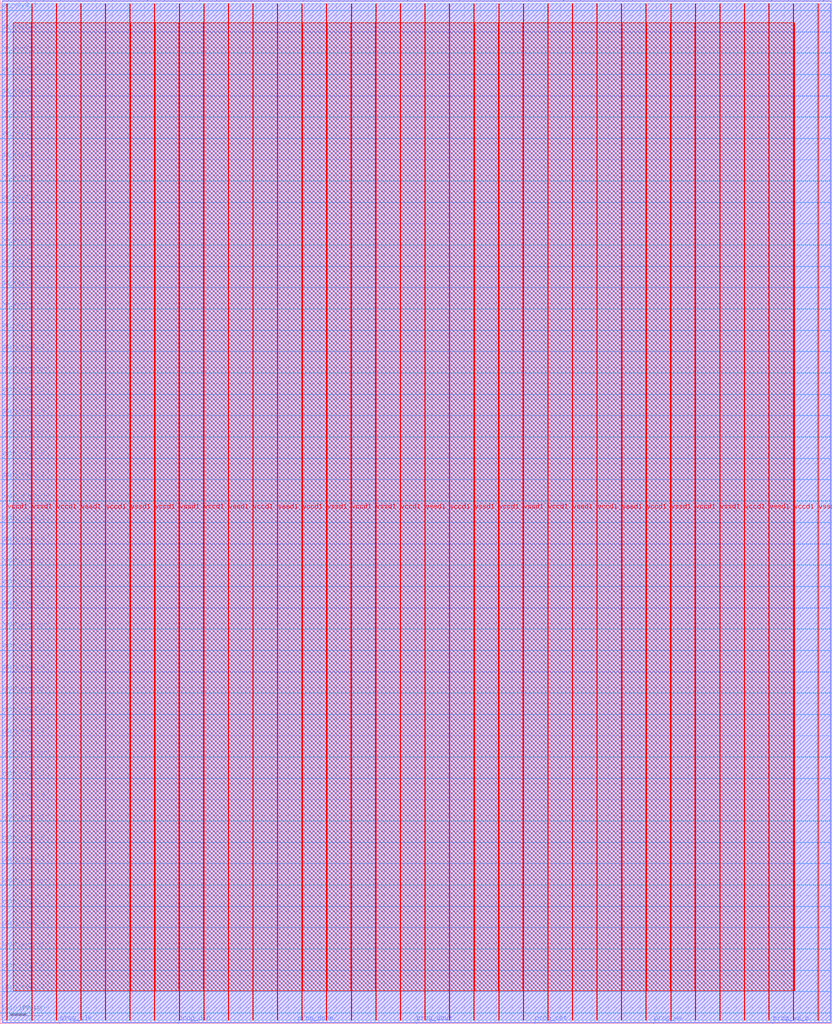
<source format=lef>
VERSION 5.7 ;
  NOWIREEXTENSIONATPIN ON ;
  DIVIDERCHAR "/" ;
  BUSBITCHARS "[]" ;
MACRO top
  CLASS BLOCK ;
  FOREIGN top ;
  ORIGIN 0.000 0.000 ;
  SIZE 2600.000 BY 3200.000 ;
  PIN ipin_x0y1_0
    DIRECTION INPUT ;
    USE SIGNAL ;
    PORT
      LAYER met3 ;
        RECT 0.000 33.360 4.000 33.960 ;
    END
  END ipin_x0y1_0
  PIN ipin_x0y1_1
    DIRECTION INPUT ;
    USE SIGNAL ;
    PORT
      LAYER met3 ;
        RECT 0.000 100.000 4.000 100.600 ;
    END
  END ipin_x0y1_1
  PIN ipin_x0y2_0
    DIRECTION INPUT ;
    USE SIGNAL ;
    PORT
      LAYER met3 ;
        RECT 0.000 166.640 4.000 167.240 ;
    END
  END ipin_x0y2_0
  PIN ipin_x0y2_1
    DIRECTION INPUT ;
    USE SIGNAL ;
    PORT
      LAYER met3 ;
        RECT 0.000 233.280 4.000 233.880 ;
    END
  END ipin_x0y2_1
  PIN ipin_x0y3_0
    DIRECTION INPUT ;
    USE SIGNAL ;
    PORT
      LAYER met3 ;
        RECT 0.000 299.920 4.000 300.520 ;
    END
  END ipin_x0y3_0
  PIN ipin_x0y3_1
    DIRECTION INPUT ;
    USE SIGNAL ;
    PORT
      LAYER met3 ;
        RECT 0.000 366.560 4.000 367.160 ;
    END
  END ipin_x0y3_1
  PIN ipin_x0y4_0
    DIRECTION INPUT ;
    USE SIGNAL ;
    PORT
      LAYER met3 ;
        RECT 0.000 433.200 4.000 433.800 ;
    END
  END ipin_x0y4_0
  PIN ipin_x0y4_1
    DIRECTION INPUT ;
    USE SIGNAL ;
    PORT
      LAYER met3 ;
        RECT 0.000 499.840 4.000 500.440 ;
    END
  END ipin_x0y4_1
  PIN ipin_x0y5_0
    DIRECTION INPUT ;
    USE SIGNAL ;
    PORT
      LAYER met3 ;
        RECT 0.000 566.480 4.000 567.080 ;
    END
  END ipin_x0y5_0
  PIN ipin_x0y5_1
    DIRECTION INPUT ;
    USE SIGNAL ;
    PORT
      LAYER met3 ;
        RECT 0.000 633.120 4.000 633.720 ;
    END
  END ipin_x0y5_1
  PIN ipin_x0y6_0
    DIRECTION INPUT ;
    USE SIGNAL ;
    PORT
      LAYER met3 ;
        RECT 0.000 699.760 4.000 700.360 ;
    END
  END ipin_x0y6_0
  PIN ipin_x0y6_1
    DIRECTION INPUT ;
    USE SIGNAL ;
    PORT
      LAYER met3 ;
        RECT 0.000 766.400 4.000 767.000 ;
    END
  END ipin_x0y6_1
  PIN ipin_x0y7_0
    DIRECTION INPUT ;
    USE SIGNAL ;
    PORT
      LAYER met3 ;
        RECT 0.000 833.040 4.000 833.640 ;
    END
  END ipin_x0y7_0
  PIN ipin_x0y7_1
    DIRECTION INPUT ;
    USE SIGNAL ;
    PORT
      LAYER met3 ;
        RECT 0.000 899.680 4.000 900.280 ;
    END
  END ipin_x0y7_1
  PIN ipin_x0y8_0
    DIRECTION INPUT ;
    USE SIGNAL ;
    PORT
      LAYER met3 ;
        RECT 0.000 966.320 4.000 966.920 ;
    END
  END ipin_x0y8_0
  PIN ipin_x0y8_1
    DIRECTION INPUT ;
    USE SIGNAL ;
    PORT
      LAYER met3 ;
        RECT 0.000 1032.960 4.000 1033.560 ;
    END
  END ipin_x0y8_1
  PIN ipin_x1y9_0
    DIRECTION INPUT ;
    USE SIGNAL ;
    PORT
      LAYER met2 ;
        RECT 26.770 3196.000 27.050 3200.000 ;
    END
  END ipin_x1y9_0
  PIN ipin_x1y9_1
    DIRECTION INPUT ;
    USE SIGNAL ;
    PORT
      LAYER met2 ;
        RECT 80.590 3196.000 80.870 3200.000 ;
    END
  END ipin_x1y9_1
  PIN ipin_x2y9_0
    DIRECTION INPUT ;
    USE SIGNAL ;
    PORT
      LAYER met2 ;
        RECT 134.870 3196.000 135.150 3200.000 ;
    END
  END ipin_x2y9_0
  PIN ipin_x2y9_1
    DIRECTION INPUT ;
    USE SIGNAL ;
    PORT
      LAYER met2 ;
        RECT 189.150 3196.000 189.430 3200.000 ;
    END
  END ipin_x2y9_1
  PIN ipin_x3y9_0
    DIRECTION INPUT ;
    USE SIGNAL ;
    PORT
      LAYER met2 ;
        RECT 243.430 3196.000 243.710 3200.000 ;
    END
  END ipin_x3y9_0
  PIN ipin_x3y9_1
    DIRECTION INPUT ;
    USE SIGNAL ;
    PORT
      LAYER met2 ;
        RECT 297.250 3196.000 297.530 3200.000 ;
    END
  END ipin_x3y9_1
  PIN ipin_x4y9_0
    DIRECTION INPUT ;
    USE SIGNAL ;
    PORT
      LAYER met2 ;
        RECT 351.530 3196.000 351.810 3200.000 ;
    END
  END ipin_x4y9_0
  PIN ipin_x4y9_1
    DIRECTION INPUT ;
    USE SIGNAL ;
    PORT
      LAYER met2 ;
        RECT 405.810 3196.000 406.090 3200.000 ;
    END
  END ipin_x4y9_1
  PIN ipin_x5y9_0
    DIRECTION INPUT ;
    USE SIGNAL ;
    PORT
      LAYER met2 ;
        RECT 460.090 3196.000 460.370 3200.000 ;
    END
  END ipin_x5y9_0
  PIN ipin_x5y9_1
    DIRECTION INPUT ;
    USE SIGNAL ;
    PORT
      LAYER met2 ;
        RECT 513.910 3196.000 514.190 3200.000 ;
    END
  END ipin_x5y9_1
  PIN ipin_x6y9_0
    DIRECTION INPUT ;
    USE SIGNAL ;
    PORT
      LAYER met2 ;
        RECT 568.190 3196.000 568.470 3200.000 ;
    END
  END ipin_x6y9_0
  PIN ipin_x6y9_1
    DIRECTION INPUT ;
    USE SIGNAL ;
    PORT
      LAYER met2 ;
        RECT 622.470 3196.000 622.750 3200.000 ;
    END
  END ipin_x6y9_1
  PIN ipin_x7y9_0
    DIRECTION INPUT ;
    USE SIGNAL ;
    PORT
      LAYER met2 ;
        RECT 676.750 3196.000 677.030 3200.000 ;
    END
  END ipin_x7y9_0
  PIN ipin_x7y9_1
    DIRECTION INPUT ;
    USE SIGNAL ;
    PORT
      LAYER met2 ;
        RECT 730.570 3196.000 730.850 3200.000 ;
    END
  END ipin_x7y9_1
  PIN ipin_x8y9_0
    DIRECTION INPUT ;
    USE SIGNAL ;
    PORT
      LAYER met2 ;
        RECT 784.850 3196.000 785.130 3200.000 ;
    END
  END ipin_x8y9_0
  PIN ipin_x8y9_1
    DIRECTION INPUT ;
    USE SIGNAL ;
    PORT
      LAYER met2 ;
        RECT 839.130 3196.000 839.410 3200.000 ;
    END
  END ipin_x8y9_1
  PIN ipin_x9y1_0
    DIRECTION INPUT ;
    USE SIGNAL ;
    PORT
      LAYER met3 ;
        RECT 2596.000 33.360 2600.000 33.960 ;
    END
  END ipin_x9y1_0
  PIN ipin_x9y1_1
    DIRECTION INPUT ;
    USE SIGNAL ;
    PORT
      LAYER met3 ;
        RECT 2596.000 100.000 2600.000 100.600 ;
    END
  END ipin_x9y1_1
  PIN ipin_x9y2_0
    DIRECTION INPUT ;
    USE SIGNAL ;
    PORT
      LAYER met3 ;
        RECT 2596.000 166.640 2600.000 167.240 ;
    END
  END ipin_x9y2_0
  PIN ipin_x9y2_1
    DIRECTION INPUT ;
    USE SIGNAL ;
    PORT
      LAYER met3 ;
        RECT 2596.000 233.280 2600.000 233.880 ;
    END
  END ipin_x9y2_1
  PIN ipin_x9y3_0
    DIRECTION INPUT ;
    USE SIGNAL ;
    PORT
      LAYER met3 ;
        RECT 2596.000 299.920 2600.000 300.520 ;
    END
  END ipin_x9y3_0
  PIN ipin_x9y3_1
    DIRECTION INPUT ;
    USE SIGNAL ;
    PORT
      LAYER met3 ;
        RECT 2596.000 366.560 2600.000 367.160 ;
    END
  END ipin_x9y3_1
  PIN ipin_x9y4_0
    DIRECTION INPUT ;
    USE SIGNAL ;
    PORT
      LAYER met3 ;
        RECT 2596.000 433.200 2600.000 433.800 ;
    END
  END ipin_x9y4_0
  PIN ipin_x9y4_1
    DIRECTION INPUT ;
    USE SIGNAL ;
    PORT
      LAYER met3 ;
        RECT 2596.000 499.840 2600.000 500.440 ;
    END
  END ipin_x9y4_1
  PIN ipin_x9y5_0
    DIRECTION INPUT ;
    USE SIGNAL ;
    PORT
      LAYER met3 ;
        RECT 2596.000 566.480 2600.000 567.080 ;
    END
  END ipin_x9y5_0
  PIN ipin_x9y5_1
    DIRECTION INPUT ;
    USE SIGNAL ;
    PORT
      LAYER met3 ;
        RECT 2596.000 633.120 2600.000 633.720 ;
    END
  END ipin_x9y5_1
  PIN ipin_x9y6_0
    DIRECTION INPUT ;
    USE SIGNAL ;
    PORT
      LAYER met3 ;
        RECT 2596.000 699.760 2600.000 700.360 ;
    END
  END ipin_x9y6_0
  PIN ipin_x9y6_1
    DIRECTION INPUT ;
    USE SIGNAL ;
    PORT
      LAYER met3 ;
        RECT 2596.000 766.400 2600.000 767.000 ;
    END
  END ipin_x9y6_1
  PIN ipin_x9y7_0
    DIRECTION INPUT ;
    USE SIGNAL ;
    PORT
      LAYER met3 ;
        RECT 2596.000 833.040 2600.000 833.640 ;
    END
  END ipin_x9y7_0
  PIN ipin_x9y7_1
    DIRECTION INPUT ;
    USE SIGNAL ;
    PORT
      LAYER met3 ;
        RECT 2596.000 899.680 2600.000 900.280 ;
    END
  END ipin_x9y7_1
  PIN ipin_x9y8_0
    DIRECTION INPUT ;
    USE SIGNAL ;
    PORT
      LAYER met3 ;
        RECT 2596.000 966.320 2600.000 966.920 ;
    END
  END ipin_x9y8_0
  PIN ipin_x9y8_1
    DIRECTION INPUT ;
    USE SIGNAL ;
    PORT
      LAYER met3 ;
        RECT 2596.000 1032.960 2600.000 1033.560 ;
    END
  END ipin_x9y8_1
  PIN oe_x0y1_0
    DIRECTION OUTPUT TRISTATE ;
    USE SIGNAL ;
    PORT
      LAYER met3 ;
        RECT 0.000 2166.520 4.000 2167.120 ;
    END
  END oe_x0y1_0
  PIN oe_x0y1_1
    DIRECTION OUTPUT TRISTATE ;
    USE SIGNAL ;
    PORT
      LAYER met3 ;
        RECT 0.000 2233.160 4.000 2233.760 ;
    END
  END oe_x0y1_1
  PIN oe_x0y2_0
    DIRECTION OUTPUT TRISTATE ;
    USE SIGNAL ;
    PORT
      LAYER met3 ;
        RECT 0.000 2299.800 4.000 2300.400 ;
    END
  END oe_x0y2_0
  PIN oe_x0y2_1
    DIRECTION OUTPUT TRISTATE ;
    USE SIGNAL ;
    PORT
      LAYER met3 ;
        RECT 0.000 2366.440 4.000 2367.040 ;
    END
  END oe_x0y2_1
  PIN oe_x0y3_0
    DIRECTION OUTPUT TRISTATE ;
    USE SIGNAL ;
    PORT
      LAYER met3 ;
        RECT 0.000 2433.080 4.000 2433.680 ;
    END
  END oe_x0y3_0
  PIN oe_x0y3_1
    DIRECTION OUTPUT TRISTATE ;
    USE SIGNAL ;
    PORT
      LAYER met3 ;
        RECT 0.000 2499.720 4.000 2500.320 ;
    END
  END oe_x0y3_1
  PIN oe_x0y4_0
    DIRECTION OUTPUT TRISTATE ;
    USE SIGNAL ;
    PORT
      LAYER met3 ;
        RECT 0.000 2566.360 4.000 2566.960 ;
    END
  END oe_x0y4_0
  PIN oe_x0y4_1
    DIRECTION OUTPUT TRISTATE ;
    USE SIGNAL ;
    PORT
      LAYER met3 ;
        RECT 0.000 2633.000 4.000 2633.600 ;
    END
  END oe_x0y4_1
  PIN oe_x0y5_0
    DIRECTION OUTPUT TRISTATE ;
    USE SIGNAL ;
    PORT
      LAYER met3 ;
        RECT 0.000 2699.640 4.000 2700.240 ;
    END
  END oe_x0y5_0
  PIN oe_x0y5_1
    DIRECTION OUTPUT TRISTATE ;
    USE SIGNAL ;
    PORT
      LAYER met3 ;
        RECT 0.000 2766.280 4.000 2766.880 ;
    END
  END oe_x0y5_1
  PIN oe_x0y6_0
    DIRECTION OUTPUT TRISTATE ;
    USE SIGNAL ;
    PORT
      LAYER met3 ;
        RECT 0.000 2832.920 4.000 2833.520 ;
    END
  END oe_x0y6_0
  PIN oe_x0y6_1
    DIRECTION OUTPUT TRISTATE ;
    USE SIGNAL ;
    PORT
      LAYER met3 ;
        RECT 0.000 2899.560 4.000 2900.160 ;
    END
  END oe_x0y6_1
  PIN oe_x0y7_0
    DIRECTION OUTPUT TRISTATE ;
    USE SIGNAL ;
    PORT
      LAYER met3 ;
        RECT 0.000 2966.200 4.000 2966.800 ;
    END
  END oe_x0y7_0
  PIN oe_x0y7_1
    DIRECTION OUTPUT TRISTATE ;
    USE SIGNAL ;
    PORT
      LAYER met3 ;
        RECT 0.000 3032.840 4.000 3033.440 ;
    END
  END oe_x0y7_1
  PIN oe_x0y8_0
    DIRECTION OUTPUT TRISTATE ;
    USE SIGNAL ;
    PORT
      LAYER met3 ;
        RECT 0.000 3099.480 4.000 3100.080 ;
    END
  END oe_x0y8_0
  PIN oe_x0y8_1
    DIRECTION OUTPUT TRISTATE ;
    USE SIGNAL ;
    PORT
      LAYER met3 ;
        RECT 0.000 3166.120 4.000 3166.720 ;
    END
  END oe_x0y8_1
  PIN oe_x1y9_0
    DIRECTION OUTPUT TRISTATE ;
    USE SIGNAL ;
    PORT
      LAYER met2 ;
        RECT 1760.050 3196.000 1760.330 3200.000 ;
    END
  END oe_x1y9_0
  PIN oe_x1y9_1
    DIRECTION OUTPUT TRISTATE ;
    USE SIGNAL ;
    PORT
      LAYER met2 ;
        RECT 1813.870 3196.000 1814.150 3200.000 ;
    END
  END oe_x1y9_1
  PIN oe_x2y9_0
    DIRECTION OUTPUT TRISTATE ;
    USE SIGNAL ;
    PORT
      LAYER met2 ;
        RECT 1868.150 3196.000 1868.430 3200.000 ;
    END
  END oe_x2y9_0
  PIN oe_x2y9_1
    DIRECTION OUTPUT TRISTATE ;
    USE SIGNAL ;
    PORT
      LAYER met2 ;
        RECT 1922.430 3196.000 1922.710 3200.000 ;
    END
  END oe_x2y9_1
  PIN oe_x3y9_0
    DIRECTION OUTPUT TRISTATE ;
    USE SIGNAL ;
    PORT
      LAYER met2 ;
        RECT 1976.710 3196.000 1976.990 3200.000 ;
    END
  END oe_x3y9_0
  PIN oe_x3y9_1
    DIRECTION OUTPUT TRISTATE ;
    USE SIGNAL ;
    PORT
      LAYER met2 ;
        RECT 2030.530 3196.000 2030.810 3200.000 ;
    END
  END oe_x3y9_1
  PIN oe_x4y9_0
    DIRECTION OUTPUT TRISTATE ;
    USE SIGNAL ;
    PORT
      LAYER met2 ;
        RECT 2084.810 3196.000 2085.090 3200.000 ;
    END
  END oe_x4y9_0
  PIN oe_x4y9_1
    DIRECTION OUTPUT TRISTATE ;
    USE SIGNAL ;
    PORT
      LAYER met2 ;
        RECT 2139.090 3196.000 2139.370 3200.000 ;
    END
  END oe_x4y9_1
  PIN oe_x5y9_0
    DIRECTION OUTPUT TRISTATE ;
    USE SIGNAL ;
    PORT
      LAYER met2 ;
        RECT 2193.370 3196.000 2193.650 3200.000 ;
    END
  END oe_x5y9_0
  PIN oe_x5y9_1
    DIRECTION OUTPUT TRISTATE ;
    USE SIGNAL ;
    PORT
      LAYER met2 ;
        RECT 2247.190 3196.000 2247.470 3200.000 ;
    END
  END oe_x5y9_1
  PIN oe_x6y9_0
    DIRECTION OUTPUT TRISTATE ;
    USE SIGNAL ;
    PORT
      LAYER met2 ;
        RECT 2301.470 3196.000 2301.750 3200.000 ;
    END
  END oe_x6y9_0
  PIN oe_x6y9_1
    DIRECTION OUTPUT TRISTATE ;
    USE SIGNAL ;
    PORT
      LAYER met2 ;
        RECT 2355.750 3196.000 2356.030 3200.000 ;
    END
  END oe_x6y9_1
  PIN oe_x7y9_0
    DIRECTION OUTPUT TRISTATE ;
    USE SIGNAL ;
    PORT
      LAYER met2 ;
        RECT 2410.030 3196.000 2410.310 3200.000 ;
    END
  END oe_x7y9_0
  PIN oe_x7y9_1
    DIRECTION OUTPUT TRISTATE ;
    USE SIGNAL ;
    PORT
      LAYER met2 ;
        RECT 2463.850 3196.000 2464.130 3200.000 ;
    END
  END oe_x7y9_1
  PIN oe_x8y9_0
    DIRECTION OUTPUT TRISTATE ;
    USE SIGNAL ;
    PORT
      LAYER met2 ;
        RECT 2518.130 3196.000 2518.410 3200.000 ;
    END
  END oe_x8y9_0
  PIN oe_x8y9_1
    DIRECTION OUTPUT TRISTATE ;
    USE SIGNAL ;
    PORT
      LAYER met2 ;
        RECT 2572.410 3196.000 2572.690 3200.000 ;
    END
  END oe_x8y9_1
  PIN oe_x9y1_0
    DIRECTION OUTPUT TRISTATE ;
    USE SIGNAL ;
    PORT
      LAYER met3 ;
        RECT 2596.000 2166.520 2600.000 2167.120 ;
    END
  END oe_x9y1_0
  PIN oe_x9y1_1
    DIRECTION OUTPUT TRISTATE ;
    USE SIGNAL ;
    PORT
      LAYER met3 ;
        RECT 2596.000 2233.160 2600.000 2233.760 ;
    END
  END oe_x9y1_1
  PIN oe_x9y2_0
    DIRECTION OUTPUT TRISTATE ;
    USE SIGNAL ;
    PORT
      LAYER met3 ;
        RECT 2596.000 2299.800 2600.000 2300.400 ;
    END
  END oe_x9y2_0
  PIN oe_x9y2_1
    DIRECTION OUTPUT TRISTATE ;
    USE SIGNAL ;
    PORT
      LAYER met3 ;
        RECT 2596.000 2366.440 2600.000 2367.040 ;
    END
  END oe_x9y2_1
  PIN oe_x9y3_0
    DIRECTION OUTPUT TRISTATE ;
    USE SIGNAL ;
    PORT
      LAYER met3 ;
        RECT 2596.000 2433.080 2600.000 2433.680 ;
    END
  END oe_x9y3_0
  PIN oe_x9y3_1
    DIRECTION OUTPUT TRISTATE ;
    USE SIGNAL ;
    PORT
      LAYER met3 ;
        RECT 2596.000 2499.720 2600.000 2500.320 ;
    END
  END oe_x9y3_1
  PIN oe_x9y4_0
    DIRECTION OUTPUT TRISTATE ;
    USE SIGNAL ;
    PORT
      LAYER met3 ;
        RECT 2596.000 2566.360 2600.000 2566.960 ;
    END
  END oe_x9y4_0
  PIN oe_x9y4_1
    DIRECTION OUTPUT TRISTATE ;
    USE SIGNAL ;
    PORT
      LAYER met3 ;
        RECT 2596.000 2633.000 2600.000 2633.600 ;
    END
  END oe_x9y4_1
  PIN oe_x9y5_0
    DIRECTION OUTPUT TRISTATE ;
    USE SIGNAL ;
    PORT
      LAYER met3 ;
        RECT 2596.000 2699.640 2600.000 2700.240 ;
    END
  END oe_x9y5_0
  PIN oe_x9y5_1
    DIRECTION OUTPUT TRISTATE ;
    USE SIGNAL ;
    PORT
      LAYER met3 ;
        RECT 2596.000 2766.280 2600.000 2766.880 ;
    END
  END oe_x9y5_1
  PIN oe_x9y6_0
    DIRECTION OUTPUT TRISTATE ;
    USE SIGNAL ;
    PORT
      LAYER met3 ;
        RECT 2596.000 2832.920 2600.000 2833.520 ;
    END
  END oe_x9y6_0
  PIN oe_x9y6_1
    DIRECTION OUTPUT TRISTATE ;
    USE SIGNAL ;
    PORT
      LAYER met3 ;
        RECT 2596.000 2899.560 2600.000 2900.160 ;
    END
  END oe_x9y6_1
  PIN oe_x9y7_0
    DIRECTION OUTPUT TRISTATE ;
    USE SIGNAL ;
    PORT
      LAYER met3 ;
        RECT 2596.000 2966.200 2600.000 2966.800 ;
    END
  END oe_x9y7_0
  PIN oe_x9y7_1
    DIRECTION OUTPUT TRISTATE ;
    USE SIGNAL ;
    PORT
      LAYER met3 ;
        RECT 2596.000 3032.840 2600.000 3033.440 ;
    END
  END oe_x9y7_1
  PIN oe_x9y8_0
    DIRECTION OUTPUT TRISTATE ;
    USE SIGNAL ;
    PORT
      LAYER met3 ;
        RECT 2596.000 3099.480 2600.000 3100.080 ;
    END
  END oe_x9y8_0
  PIN oe_x9y8_1
    DIRECTION OUTPUT TRISTATE ;
    USE SIGNAL ;
    PORT
      LAYER met3 ;
        RECT 2596.000 3166.120 2600.000 3166.720 ;
    END
  END oe_x9y8_1
  PIN opin_x0y1_0
    DIRECTION OUTPUT TRISTATE ;
    USE SIGNAL ;
    PORT
      LAYER met3 ;
        RECT 0.000 1099.600 4.000 1100.200 ;
    END
  END opin_x0y1_0
  PIN opin_x0y1_1
    DIRECTION OUTPUT TRISTATE ;
    USE SIGNAL ;
    PORT
      LAYER met3 ;
        RECT 0.000 1166.240 4.000 1166.840 ;
    END
  END opin_x0y1_1
  PIN opin_x0y2_0
    DIRECTION OUTPUT TRISTATE ;
    USE SIGNAL ;
    PORT
      LAYER met3 ;
        RECT 0.000 1232.880 4.000 1233.480 ;
    END
  END opin_x0y2_0
  PIN opin_x0y2_1
    DIRECTION OUTPUT TRISTATE ;
    USE SIGNAL ;
    PORT
      LAYER met3 ;
        RECT 0.000 1299.520 4.000 1300.120 ;
    END
  END opin_x0y2_1
  PIN opin_x0y3_0
    DIRECTION OUTPUT TRISTATE ;
    USE SIGNAL ;
    PORT
      LAYER met3 ;
        RECT 0.000 1366.160 4.000 1366.760 ;
    END
  END opin_x0y3_0
  PIN opin_x0y3_1
    DIRECTION OUTPUT TRISTATE ;
    USE SIGNAL ;
    PORT
      LAYER met3 ;
        RECT 0.000 1432.800 4.000 1433.400 ;
    END
  END opin_x0y3_1
  PIN opin_x0y4_0
    DIRECTION OUTPUT TRISTATE ;
    USE SIGNAL ;
    PORT
      LAYER met3 ;
        RECT 0.000 1499.440 4.000 1500.040 ;
    END
  END opin_x0y4_0
  PIN opin_x0y4_1
    DIRECTION OUTPUT TRISTATE ;
    USE SIGNAL ;
    PORT
      LAYER met3 ;
        RECT 0.000 1566.080 4.000 1566.680 ;
    END
  END opin_x0y4_1
  PIN opin_x0y5_0
    DIRECTION OUTPUT TRISTATE ;
    USE SIGNAL ;
    PORT
      LAYER met3 ;
        RECT 0.000 1633.400 4.000 1634.000 ;
    END
  END opin_x0y5_0
  PIN opin_x0y5_1
    DIRECTION OUTPUT TRISTATE ;
    USE SIGNAL ;
    PORT
      LAYER met3 ;
        RECT 0.000 1700.040 4.000 1700.640 ;
    END
  END opin_x0y5_1
  PIN opin_x0y6_0
    DIRECTION OUTPUT TRISTATE ;
    USE SIGNAL ;
    PORT
      LAYER met3 ;
        RECT 0.000 1766.680 4.000 1767.280 ;
    END
  END opin_x0y6_0
  PIN opin_x0y6_1
    DIRECTION OUTPUT TRISTATE ;
    USE SIGNAL ;
    PORT
      LAYER met3 ;
        RECT 0.000 1833.320 4.000 1833.920 ;
    END
  END opin_x0y6_1
  PIN opin_x0y7_0
    DIRECTION OUTPUT TRISTATE ;
    USE SIGNAL ;
    PORT
      LAYER met3 ;
        RECT 0.000 1899.960 4.000 1900.560 ;
    END
  END opin_x0y7_0
  PIN opin_x0y7_1
    DIRECTION OUTPUT TRISTATE ;
    USE SIGNAL ;
    PORT
      LAYER met3 ;
        RECT 0.000 1966.600 4.000 1967.200 ;
    END
  END opin_x0y7_1
  PIN opin_x0y8_0
    DIRECTION OUTPUT TRISTATE ;
    USE SIGNAL ;
    PORT
      LAYER met3 ;
        RECT 0.000 2033.240 4.000 2033.840 ;
    END
  END opin_x0y8_0
  PIN opin_x0y8_1
    DIRECTION OUTPUT TRISTATE ;
    USE SIGNAL ;
    PORT
      LAYER met3 ;
        RECT 0.000 2099.880 4.000 2100.480 ;
    END
  END opin_x0y8_1
  PIN opin_x1y9_0
    DIRECTION OUTPUT TRISTATE ;
    USE SIGNAL ;
    PORT
      LAYER met2 ;
        RECT 893.410 3196.000 893.690 3200.000 ;
    END
  END opin_x1y9_0
  PIN opin_x1y9_1
    DIRECTION OUTPUT TRISTATE ;
    USE SIGNAL ;
    PORT
      LAYER met2 ;
        RECT 947.230 3196.000 947.510 3200.000 ;
    END
  END opin_x1y9_1
  PIN opin_x2y9_0
    DIRECTION OUTPUT TRISTATE ;
    USE SIGNAL ;
    PORT
      LAYER met2 ;
        RECT 1001.510 3196.000 1001.790 3200.000 ;
    END
  END opin_x2y9_0
  PIN opin_x2y9_1
    DIRECTION OUTPUT TRISTATE ;
    USE SIGNAL ;
    PORT
      LAYER met2 ;
        RECT 1055.790 3196.000 1056.070 3200.000 ;
    END
  END opin_x2y9_1
  PIN opin_x3y9_0
    DIRECTION OUTPUT TRISTATE ;
    USE SIGNAL ;
    PORT
      LAYER met2 ;
        RECT 1110.070 3196.000 1110.350 3200.000 ;
    END
  END opin_x3y9_0
  PIN opin_x3y9_1
    DIRECTION OUTPUT TRISTATE ;
    USE SIGNAL ;
    PORT
      LAYER met2 ;
        RECT 1163.890 3196.000 1164.170 3200.000 ;
    END
  END opin_x3y9_1
  PIN opin_x4y9_0
    DIRECTION OUTPUT TRISTATE ;
    USE SIGNAL ;
    PORT
      LAYER met2 ;
        RECT 1218.170 3196.000 1218.450 3200.000 ;
    END
  END opin_x4y9_0
  PIN opin_x4y9_1
    DIRECTION OUTPUT TRISTATE ;
    USE SIGNAL ;
    PORT
      LAYER met2 ;
        RECT 1272.450 3196.000 1272.730 3200.000 ;
    END
  END opin_x4y9_1
  PIN opin_x5y9_0
    DIRECTION OUTPUT TRISTATE ;
    USE SIGNAL ;
    PORT
      LAYER met2 ;
        RECT 1326.730 3196.000 1327.010 3200.000 ;
    END
  END opin_x5y9_0
  PIN opin_x5y9_1
    DIRECTION OUTPUT TRISTATE ;
    USE SIGNAL ;
    PORT
      LAYER met2 ;
        RECT 1380.550 3196.000 1380.830 3200.000 ;
    END
  END opin_x5y9_1
  PIN opin_x6y9_0
    DIRECTION OUTPUT TRISTATE ;
    USE SIGNAL ;
    PORT
      LAYER met2 ;
        RECT 1434.830 3196.000 1435.110 3200.000 ;
    END
  END opin_x6y9_0
  PIN opin_x6y9_1
    DIRECTION OUTPUT TRISTATE ;
    USE SIGNAL ;
    PORT
      LAYER met2 ;
        RECT 1489.110 3196.000 1489.390 3200.000 ;
    END
  END opin_x6y9_1
  PIN opin_x7y9_0
    DIRECTION OUTPUT TRISTATE ;
    USE SIGNAL ;
    PORT
      LAYER met2 ;
        RECT 1543.390 3196.000 1543.670 3200.000 ;
    END
  END opin_x7y9_0
  PIN opin_x7y9_1
    DIRECTION OUTPUT TRISTATE ;
    USE SIGNAL ;
    PORT
      LAYER met2 ;
        RECT 1597.210 3196.000 1597.490 3200.000 ;
    END
  END opin_x7y9_1
  PIN opin_x8y9_0
    DIRECTION OUTPUT TRISTATE ;
    USE SIGNAL ;
    PORT
      LAYER met2 ;
        RECT 1651.490 3196.000 1651.770 3200.000 ;
    END
  END opin_x8y9_0
  PIN opin_x8y9_1
    DIRECTION OUTPUT TRISTATE ;
    USE SIGNAL ;
    PORT
      LAYER met2 ;
        RECT 1705.770 3196.000 1706.050 3200.000 ;
    END
  END opin_x8y9_1
  PIN opin_x9y1_0
    DIRECTION OUTPUT TRISTATE ;
    USE SIGNAL ;
    PORT
      LAYER met3 ;
        RECT 2596.000 1099.600 2600.000 1100.200 ;
    END
  END opin_x9y1_0
  PIN opin_x9y1_1
    DIRECTION OUTPUT TRISTATE ;
    USE SIGNAL ;
    PORT
      LAYER met3 ;
        RECT 2596.000 1166.240 2600.000 1166.840 ;
    END
  END opin_x9y1_1
  PIN opin_x9y2_0
    DIRECTION OUTPUT TRISTATE ;
    USE SIGNAL ;
    PORT
      LAYER met3 ;
        RECT 2596.000 1232.880 2600.000 1233.480 ;
    END
  END opin_x9y2_0
  PIN opin_x9y2_1
    DIRECTION OUTPUT TRISTATE ;
    USE SIGNAL ;
    PORT
      LAYER met3 ;
        RECT 2596.000 1299.520 2600.000 1300.120 ;
    END
  END opin_x9y2_1
  PIN opin_x9y3_0
    DIRECTION OUTPUT TRISTATE ;
    USE SIGNAL ;
    PORT
      LAYER met3 ;
        RECT 2596.000 1366.160 2600.000 1366.760 ;
    END
  END opin_x9y3_0
  PIN opin_x9y3_1
    DIRECTION OUTPUT TRISTATE ;
    USE SIGNAL ;
    PORT
      LAYER met3 ;
        RECT 2596.000 1432.800 2600.000 1433.400 ;
    END
  END opin_x9y3_1
  PIN opin_x9y4_0
    DIRECTION OUTPUT TRISTATE ;
    USE SIGNAL ;
    PORT
      LAYER met3 ;
        RECT 2596.000 1499.440 2600.000 1500.040 ;
    END
  END opin_x9y4_0
  PIN opin_x9y4_1
    DIRECTION OUTPUT TRISTATE ;
    USE SIGNAL ;
    PORT
      LAYER met3 ;
        RECT 2596.000 1566.080 2600.000 1566.680 ;
    END
  END opin_x9y4_1
  PIN opin_x9y5_0
    DIRECTION OUTPUT TRISTATE ;
    USE SIGNAL ;
    PORT
      LAYER met3 ;
        RECT 2596.000 1633.400 2600.000 1634.000 ;
    END
  END opin_x9y5_0
  PIN opin_x9y5_1
    DIRECTION OUTPUT TRISTATE ;
    USE SIGNAL ;
    PORT
      LAYER met3 ;
        RECT 2596.000 1700.040 2600.000 1700.640 ;
    END
  END opin_x9y5_1
  PIN opin_x9y6_0
    DIRECTION OUTPUT TRISTATE ;
    USE SIGNAL ;
    PORT
      LAYER met3 ;
        RECT 2596.000 1766.680 2600.000 1767.280 ;
    END
  END opin_x9y6_0
  PIN opin_x9y6_1
    DIRECTION OUTPUT TRISTATE ;
    USE SIGNAL ;
    PORT
      LAYER met3 ;
        RECT 2596.000 1833.320 2600.000 1833.920 ;
    END
  END opin_x9y6_1
  PIN opin_x9y7_0
    DIRECTION OUTPUT TRISTATE ;
    USE SIGNAL ;
    PORT
      LAYER met3 ;
        RECT 2596.000 1899.960 2600.000 1900.560 ;
    END
  END opin_x9y7_0
  PIN opin_x9y7_1
    DIRECTION OUTPUT TRISTATE ;
    USE SIGNAL ;
    PORT
      LAYER met3 ;
        RECT 2596.000 1966.600 2600.000 1967.200 ;
    END
  END opin_x9y7_1
  PIN opin_x9y8_0
    DIRECTION OUTPUT TRISTATE ;
    USE SIGNAL ;
    PORT
      LAYER met3 ;
        RECT 2596.000 2033.240 2600.000 2033.840 ;
    END
  END opin_x9y8_0
  PIN opin_x9y8_1
    DIRECTION OUTPUT TRISTATE ;
    USE SIGNAL ;
    PORT
      LAYER met3 ;
        RECT 2596.000 2099.880 2600.000 2100.480 ;
    END
  END opin_x9y8_1
  PIN prog_clk
    DIRECTION INPUT ;
    USE SIGNAL ;
    PORT
      LAYER met2 ;
        RECT 185.470 0.000 185.750 4.000 ;
    END
  END prog_clk
  PIN prog_din
    DIRECTION INPUT ;
    USE SIGNAL ;
    PORT
      LAYER met2 ;
        RECT 556.690 0.000 556.970 4.000 ;
    END
  END prog_din
  PIN prog_done
    DIRECTION INPUT ;
    USE SIGNAL ;
    PORT
      LAYER met2 ;
        RECT 927.910 0.000 928.190 4.000 ;
    END
  END prog_done
  PIN prog_dout
    DIRECTION OUTPUT TRISTATE ;
    USE SIGNAL ;
    PORT
      LAYER met2 ;
        RECT 1299.590 0.000 1299.870 4.000 ;
    END
  END prog_dout
  PIN prog_rst
    DIRECTION INPUT ;
    USE SIGNAL ;
    PORT
      LAYER met2 ;
        RECT 1670.810 0.000 1671.090 4.000 ;
    END
  END prog_rst
  PIN prog_we
    DIRECTION INPUT ;
    USE SIGNAL ;
    PORT
      LAYER met2 ;
        RECT 2042.490 0.000 2042.770 4.000 ;
    END
  END prog_we
  PIN prog_we_o
    DIRECTION OUTPUT TRISTATE ;
    USE SIGNAL ;
    PORT
      LAYER met2 ;
        RECT 2413.710 0.000 2413.990 4.000 ;
    END
  END prog_we_o
  PIN vccd1
    DIRECTION INPUT ;
    USE POWER ;
    PORT
      LAYER met4 ;
        RECT 21.040 10.640 22.640 3188.080 ;
    END
    PORT
      LAYER met4 ;
        RECT 174.640 10.640 176.240 3188.080 ;
    END
    PORT
      LAYER met4 ;
        RECT 328.240 10.640 329.840 3188.080 ;
    END
    PORT
      LAYER met4 ;
        RECT 481.840 10.640 483.440 3188.080 ;
    END
    PORT
      LAYER met4 ;
        RECT 635.440 10.640 637.040 3188.080 ;
    END
    PORT
      LAYER met4 ;
        RECT 789.040 10.640 790.640 3188.080 ;
    END
    PORT
      LAYER met4 ;
        RECT 942.640 10.640 944.240 3188.080 ;
    END
    PORT
      LAYER met4 ;
        RECT 1096.240 10.640 1097.840 3188.080 ;
    END
    PORT
      LAYER met4 ;
        RECT 1249.840 10.640 1251.440 3188.080 ;
    END
    PORT
      LAYER met4 ;
        RECT 1403.440 10.640 1405.040 3188.080 ;
    END
    PORT
      LAYER met4 ;
        RECT 1557.040 10.640 1558.640 3188.080 ;
    END
    PORT
      LAYER met4 ;
        RECT 1710.640 10.640 1712.240 3188.080 ;
    END
    PORT
      LAYER met4 ;
        RECT 1864.240 10.640 1865.840 3188.080 ;
    END
    PORT
      LAYER met4 ;
        RECT 2017.840 10.640 2019.440 3188.080 ;
    END
    PORT
      LAYER met4 ;
        RECT 2171.440 10.640 2173.040 3188.080 ;
    END
    PORT
      LAYER met4 ;
        RECT 2325.040 10.640 2326.640 3188.080 ;
    END
    PORT
      LAYER met4 ;
        RECT 2478.640 10.640 2480.240 3188.080 ;
    END
  END vccd1
  PIN vssd1
    DIRECTION INPUT ;
    USE GROUND ;
    PORT
      LAYER met4 ;
        RECT 97.840 10.640 99.440 3188.080 ;
    END
    PORT
      LAYER met4 ;
        RECT 251.440 10.640 253.040 3188.080 ;
    END
    PORT
      LAYER met4 ;
        RECT 405.040 10.640 406.640 3188.080 ;
    END
    PORT
      LAYER met4 ;
        RECT 558.640 10.640 560.240 3188.080 ;
    END
    PORT
      LAYER met4 ;
        RECT 712.240 10.640 713.840 3188.080 ;
    END
    PORT
      LAYER met4 ;
        RECT 865.840 10.640 867.440 3188.080 ;
    END
    PORT
      LAYER met4 ;
        RECT 1019.440 10.640 1021.040 3188.080 ;
    END
    PORT
      LAYER met4 ;
        RECT 1173.040 10.640 1174.640 3188.080 ;
    END
    PORT
      LAYER met4 ;
        RECT 1326.640 10.640 1328.240 3188.080 ;
    END
    PORT
      LAYER met4 ;
        RECT 1480.240 10.640 1481.840 3188.080 ;
    END
    PORT
      LAYER met4 ;
        RECT 1633.840 10.640 1635.440 3188.080 ;
    END
    PORT
      LAYER met4 ;
        RECT 1787.440 10.640 1789.040 3188.080 ;
    END
    PORT
      LAYER met4 ;
        RECT 1941.040 10.640 1942.640 3188.080 ;
    END
    PORT
      LAYER met4 ;
        RECT 2094.640 10.640 2096.240 3188.080 ;
    END
    PORT
      LAYER met4 ;
        RECT 2248.240 10.640 2249.840 3188.080 ;
    END
    PORT
      LAYER met4 ;
        RECT 2401.840 10.640 2403.440 3188.080 ;
    END
    PORT
      LAYER met4 ;
        RECT 2555.440 10.640 2557.040 3188.080 ;
    END
  END vssd1
  OBS
      LAYER li1 ;
        RECT 5.520 10.795 2594.400 3187.925 ;
      LAYER met1 ;
        RECT 5.520 10.640 2596.630 3188.080 ;
      LAYER met2 ;
        RECT 6.990 3195.720 26.490 3196.410 ;
        RECT 27.330 3195.720 80.310 3196.410 ;
        RECT 81.150 3195.720 134.590 3196.410 ;
        RECT 135.430 3195.720 188.870 3196.410 ;
        RECT 189.710 3195.720 243.150 3196.410 ;
        RECT 243.990 3195.720 296.970 3196.410 ;
        RECT 297.810 3195.720 351.250 3196.410 ;
        RECT 352.090 3195.720 405.530 3196.410 ;
        RECT 406.370 3195.720 459.810 3196.410 ;
        RECT 460.650 3195.720 513.630 3196.410 ;
        RECT 514.470 3195.720 567.910 3196.410 ;
        RECT 568.750 3195.720 622.190 3196.410 ;
        RECT 623.030 3195.720 676.470 3196.410 ;
        RECT 677.310 3195.720 730.290 3196.410 ;
        RECT 731.130 3195.720 784.570 3196.410 ;
        RECT 785.410 3195.720 838.850 3196.410 ;
        RECT 839.690 3195.720 893.130 3196.410 ;
        RECT 893.970 3195.720 946.950 3196.410 ;
        RECT 947.790 3195.720 1001.230 3196.410 ;
        RECT 1002.070 3195.720 1055.510 3196.410 ;
        RECT 1056.350 3195.720 1109.790 3196.410 ;
        RECT 1110.630 3195.720 1163.610 3196.410 ;
        RECT 1164.450 3195.720 1217.890 3196.410 ;
        RECT 1218.730 3195.720 1272.170 3196.410 ;
        RECT 1273.010 3195.720 1326.450 3196.410 ;
        RECT 1327.290 3195.720 1380.270 3196.410 ;
        RECT 1381.110 3195.720 1434.550 3196.410 ;
        RECT 1435.390 3195.720 1488.830 3196.410 ;
        RECT 1489.670 3195.720 1543.110 3196.410 ;
        RECT 1543.950 3195.720 1596.930 3196.410 ;
        RECT 1597.770 3195.720 1651.210 3196.410 ;
        RECT 1652.050 3195.720 1705.490 3196.410 ;
        RECT 1706.330 3195.720 1759.770 3196.410 ;
        RECT 1760.610 3195.720 1813.590 3196.410 ;
        RECT 1814.430 3195.720 1867.870 3196.410 ;
        RECT 1868.710 3195.720 1922.150 3196.410 ;
        RECT 1922.990 3195.720 1976.430 3196.410 ;
        RECT 1977.270 3195.720 2030.250 3196.410 ;
        RECT 2031.090 3195.720 2084.530 3196.410 ;
        RECT 2085.370 3195.720 2138.810 3196.410 ;
        RECT 2139.650 3195.720 2193.090 3196.410 ;
        RECT 2193.930 3195.720 2246.910 3196.410 ;
        RECT 2247.750 3195.720 2301.190 3196.410 ;
        RECT 2302.030 3195.720 2355.470 3196.410 ;
        RECT 2356.310 3195.720 2409.750 3196.410 ;
        RECT 2410.590 3195.720 2463.570 3196.410 ;
        RECT 2464.410 3195.720 2517.850 3196.410 ;
        RECT 2518.690 3195.720 2572.130 3196.410 ;
        RECT 2572.970 3195.720 2596.600 3196.410 ;
        RECT 6.990 4.280 2596.600 3195.720 ;
        RECT 6.990 3.670 185.190 4.280 ;
        RECT 186.030 3.670 556.410 4.280 ;
        RECT 557.250 3.670 927.630 4.280 ;
        RECT 928.470 3.670 1299.310 4.280 ;
        RECT 1300.150 3.670 1670.530 4.280 ;
        RECT 1671.370 3.670 2042.210 4.280 ;
        RECT 2043.050 3.670 2413.430 4.280 ;
        RECT 2414.270 3.670 2596.600 4.280 ;
      LAYER met3 ;
        RECT 4.000 3167.120 2596.000 3188.005 ;
        RECT 4.400 3165.720 2595.600 3167.120 ;
        RECT 4.000 3100.480 2596.000 3165.720 ;
        RECT 4.400 3099.080 2595.600 3100.480 ;
        RECT 4.000 3033.840 2596.000 3099.080 ;
        RECT 4.400 3032.440 2595.600 3033.840 ;
        RECT 4.000 2967.200 2596.000 3032.440 ;
        RECT 4.400 2965.800 2595.600 2967.200 ;
        RECT 4.000 2900.560 2596.000 2965.800 ;
        RECT 4.400 2899.160 2595.600 2900.560 ;
        RECT 4.000 2833.920 2596.000 2899.160 ;
        RECT 4.400 2832.520 2595.600 2833.920 ;
        RECT 4.000 2767.280 2596.000 2832.520 ;
        RECT 4.400 2765.880 2595.600 2767.280 ;
        RECT 4.000 2700.640 2596.000 2765.880 ;
        RECT 4.400 2699.240 2595.600 2700.640 ;
        RECT 4.000 2634.000 2596.000 2699.240 ;
        RECT 4.400 2632.600 2595.600 2634.000 ;
        RECT 4.000 2567.360 2596.000 2632.600 ;
        RECT 4.400 2565.960 2595.600 2567.360 ;
        RECT 4.000 2500.720 2596.000 2565.960 ;
        RECT 4.400 2499.320 2595.600 2500.720 ;
        RECT 4.000 2434.080 2596.000 2499.320 ;
        RECT 4.400 2432.680 2595.600 2434.080 ;
        RECT 4.000 2367.440 2596.000 2432.680 ;
        RECT 4.400 2366.040 2595.600 2367.440 ;
        RECT 4.000 2300.800 2596.000 2366.040 ;
        RECT 4.400 2299.400 2595.600 2300.800 ;
        RECT 4.000 2234.160 2596.000 2299.400 ;
        RECT 4.400 2232.760 2595.600 2234.160 ;
        RECT 4.000 2167.520 2596.000 2232.760 ;
        RECT 4.400 2166.120 2595.600 2167.520 ;
        RECT 4.000 2100.880 2596.000 2166.120 ;
        RECT 4.400 2099.480 2595.600 2100.880 ;
        RECT 4.000 2034.240 2596.000 2099.480 ;
        RECT 4.400 2032.840 2595.600 2034.240 ;
        RECT 4.000 1967.600 2596.000 2032.840 ;
        RECT 4.400 1966.200 2595.600 1967.600 ;
        RECT 4.000 1900.960 2596.000 1966.200 ;
        RECT 4.400 1899.560 2595.600 1900.960 ;
        RECT 4.000 1834.320 2596.000 1899.560 ;
        RECT 4.400 1832.920 2595.600 1834.320 ;
        RECT 4.000 1767.680 2596.000 1832.920 ;
        RECT 4.400 1766.280 2595.600 1767.680 ;
        RECT 4.000 1701.040 2596.000 1766.280 ;
        RECT 4.400 1699.640 2595.600 1701.040 ;
        RECT 4.000 1634.400 2596.000 1699.640 ;
        RECT 4.400 1633.000 2595.600 1634.400 ;
        RECT 4.000 1567.080 2596.000 1633.000 ;
        RECT 4.400 1565.680 2595.600 1567.080 ;
        RECT 4.000 1500.440 2596.000 1565.680 ;
        RECT 4.400 1499.040 2595.600 1500.440 ;
        RECT 4.000 1433.800 2596.000 1499.040 ;
        RECT 4.400 1432.400 2595.600 1433.800 ;
        RECT 4.000 1367.160 2596.000 1432.400 ;
        RECT 4.400 1365.760 2595.600 1367.160 ;
        RECT 4.000 1300.520 2596.000 1365.760 ;
        RECT 4.400 1299.120 2595.600 1300.520 ;
        RECT 4.000 1233.880 2596.000 1299.120 ;
        RECT 4.400 1232.480 2595.600 1233.880 ;
        RECT 4.000 1167.240 2596.000 1232.480 ;
        RECT 4.400 1165.840 2595.600 1167.240 ;
        RECT 4.000 1100.600 2596.000 1165.840 ;
        RECT 4.400 1099.200 2595.600 1100.600 ;
        RECT 4.000 1033.960 2596.000 1099.200 ;
        RECT 4.400 1032.560 2595.600 1033.960 ;
        RECT 4.000 967.320 2596.000 1032.560 ;
        RECT 4.400 965.920 2595.600 967.320 ;
        RECT 4.000 900.680 2596.000 965.920 ;
        RECT 4.400 899.280 2595.600 900.680 ;
        RECT 4.000 834.040 2596.000 899.280 ;
        RECT 4.400 832.640 2595.600 834.040 ;
        RECT 4.000 767.400 2596.000 832.640 ;
        RECT 4.400 766.000 2595.600 767.400 ;
        RECT 4.000 700.760 2596.000 766.000 ;
        RECT 4.400 699.360 2595.600 700.760 ;
        RECT 4.000 634.120 2596.000 699.360 ;
        RECT 4.400 632.720 2595.600 634.120 ;
        RECT 4.000 567.480 2596.000 632.720 ;
        RECT 4.400 566.080 2595.600 567.480 ;
        RECT 4.000 500.840 2596.000 566.080 ;
        RECT 4.400 499.440 2595.600 500.840 ;
        RECT 4.000 434.200 2596.000 499.440 ;
        RECT 4.400 432.800 2595.600 434.200 ;
        RECT 4.000 367.560 2596.000 432.800 ;
        RECT 4.400 366.160 2595.600 367.560 ;
        RECT 4.000 300.920 2596.000 366.160 ;
        RECT 4.400 299.520 2595.600 300.920 ;
        RECT 4.000 234.280 2596.000 299.520 ;
        RECT 4.400 232.880 2595.600 234.280 ;
        RECT 4.000 167.640 2596.000 232.880 ;
        RECT 4.400 166.240 2595.600 167.640 ;
        RECT 4.000 101.000 2596.000 166.240 ;
        RECT 4.400 99.600 2595.600 101.000 ;
        RECT 4.000 34.360 2596.000 99.600 ;
        RECT 4.400 32.960 2595.600 34.360 ;
        RECT 4.000 10.715 2596.000 32.960 ;
      LAYER met4 ;
        RECT 40.775 102.855 97.440 3128.505 ;
        RECT 99.840 102.855 174.240 3128.505 ;
        RECT 176.640 102.855 251.040 3128.505 ;
        RECT 253.440 102.855 327.840 3128.505 ;
        RECT 330.240 102.855 404.640 3128.505 ;
        RECT 407.040 102.855 481.440 3128.505 ;
        RECT 483.840 102.855 558.240 3128.505 ;
        RECT 560.640 102.855 635.040 3128.505 ;
        RECT 637.440 102.855 711.840 3128.505 ;
        RECT 714.240 102.855 788.640 3128.505 ;
        RECT 791.040 102.855 865.440 3128.505 ;
        RECT 867.840 102.855 942.240 3128.505 ;
        RECT 944.640 102.855 1019.040 3128.505 ;
        RECT 1021.440 102.855 1095.840 3128.505 ;
        RECT 1098.240 102.855 1172.640 3128.505 ;
        RECT 1175.040 102.855 1249.440 3128.505 ;
        RECT 1251.840 102.855 1326.240 3128.505 ;
        RECT 1328.640 102.855 1403.040 3128.505 ;
        RECT 1405.440 102.855 1479.840 3128.505 ;
        RECT 1482.240 102.855 1556.640 3128.505 ;
        RECT 1559.040 102.855 1633.440 3128.505 ;
        RECT 1635.840 102.855 1710.240 3128.505 ;
        RECT 1712.640 102.855 1787.040 3128.505 ;
        RECT 1789.440 102.855 1863.840 3128.505 ;
        RECT 1866.240 102.855 1940.640 3128.505 ;
        RECT 1943.040 102.855 2017.440 3128.505 ;
        RECT 2019.840 102.855 2094.240 3128.505 ;
        RECT 2096.640 102.855 2171.040 3128.505 ;
        RECT 2173.440 102.855 2247.840 3128.505 ;
        RECT 2250.240 102.855 2324.640 3128.505 ;
        RECT 2327.040 102.855 2401.440 3128.505 ;
        RECT 2403.840 102.855 2478.240 3128.505 ;
        RECT 2480.640 102.855 2482.785 3128.505 ;
  END
END top
END LIBRARY


</source>
